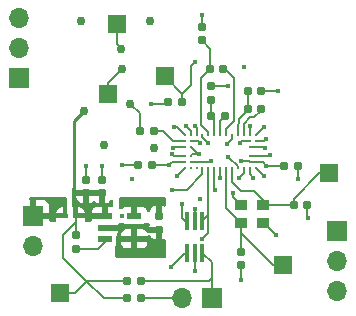
<source format=gbr>
%TF.GenerationSoftware,KiCad,Pcbnew,(6.0.8)*%
%TF.CreationDate,2023-01-31T16:58:12-08:00*%
%TF.ProjectId,Microwave Sensor v2,4d696372-6f77-4617-9665-2053656e736f,rev?*%
%TF.SameCoordinates,Original*%
%TF.FileFunction,Copper,L1,Top*%
%TF.FilePolarity,Positive*%
%FSLAX46Y46*%
G04 Gerber Fmt 4.6, Leading zero omitted, Abs format (unit mm)*
G04 Created by KiCad (PCBNEW (6.0.8)) date 2023-01-31 16:58:12*
%MOMM*%
%LPD*%
G01*
G04 APERTURE LIST*
G04 Aperture macros list*
%AMRoundRect*
0 Rectangle with rounded corners*
0 $1 Rounding radius*
0 $2 $3 $4 $5 $6 $7 $8 $9 X,Y pos of 4 corners*
0 Add a 4 corners polygon primitive as box body*
4,1,4,$2,$3,$4,$5,$6,$7,$8,$9,$2,$3,0*
0 Add four circle primitives for the rounded corners*
1,1,$1+$1,$2,$3*
1,1,$1+$1,$4,$5*
1,1,$1+$1,$6,$7*
1,1,$1+$1,$8,$9*
0 Add four rect primitives between the rounded corners*
20,1,$1+$1,$2,$3,$4,$5,0*
20,1,$1+$1,$4,$5,$6,$7,0*
20,1,$1+$1,$6,$7,$8,$9,0*
20,1,$1+$1,$8,$9,$2,$3,0*%
G04 Aperture macros list end*
%TA.AperFunction,SMDPad,CuDef*%
%ADD10RoundRect,0.155000X0.155000X-0.212500X0.155000X0.212500X-0.155000X0.212500X-0.155000X-0.212500X0*%
%TD*%
%TA.AperFunction,SMDPad,CuDef*%
%ADD11RoundRect,0.155000X-0.212500X-0.155000X0.212500X-0.155000X0.212500X0.155000X-0.212500X0.155000X0*%
%TD*%
%TA.AperFunction,ComponentPad*%
%ADD12R,1.700000X1.700000*%
%TD*%
%TA.AperFunction,ComponentPad*%
%ADD13O,1.700000X1.700000*%
%TD*%
%TA.AperFunction,SMDPad,CuDef*%
%ADD14R,1.500000X1.500000*%
%TD*%
%TA.AperFunction,SMDPad,CuDef*%
%ADD15R,1.000000X0.950000*%
%TD*%
%TA.AperFunction,SMDPad,CuDef*%
%ADD16RoundRect,0.155000X-0.155000X0.212500X-0.155000X-0.212500X0.155000X-0.212500X0.155000X0.212500X0*%
%TD*%
%TA.AperFunction,SMDPad,CuDef*%
%ADD17R,1.200000X0.600000*%
%TD*%
%TA.AperFunction,SMDPad,CuDef*%
%ADD18RoundRect,0.160000X-0.160000X0.197500X-0.160000X-0.197500X0.160000X-0.197500X0.160000X0.197500X0*%
%TD*%
%TA.AperFunction,SMDPad,CuDef*%
%ADD19RoundRect,0.160000X-0.197500X-0.160000X0.197500X-0.160000X0.197500X0.160000X-0.197500X0.160000X0*%
%TD*%
%TA.AperFunction,SMDPad,CuDef*%
%ADD20RoundRect,0.160000X0.197500X0.160000X-0.197500X0.160000X-0.197500X-0.160000X0.197500X-0.160000X0*%
%TD*%
%TA.AperFunction,SMDPad,CuDef*%
%ADD21C,0.250000*%
%TD*%
%TA.AperFunction,SMDPad,CuDef*%
%ADD22R,0.400000X1.500000*%
%TD*%
%TA.AperFunction,SMDPad,CuDef*%
%ADD23R,0.550000X0.400000*%
%TD*%
%TA.AperFunction,ViaPad*%
%ADD24C,0.381000*%
%TD*%
%TA.AperFunction,ViaPad*%
%ADD25C,0.762000*%
%TD*%
%TA.AperFunction,Conductor*%
%ADD26C,0.127000*%
%TD*%
%TA.AperFunction,Conductor*%
%ADD27C,0.254000*%
%TD*%
%TA.AperFunction,Conductor*%
%ADD28C,0.250000*%
%TD*%
G04 APERTURE END LIST*
D10*
%TO.P,C15,1*%
%TO.N,Net-(C11-Pad1)*%
X140400000Y-88867500D03*
%TO.P,C15,2*%
%TO.N,GND*%
X140400000Y-87732500D03*
%TD*%
D11*
%TO.P,C4,1*%
%TO.N,GND*%
X134241859Y-94375000D03*
%TO.P,C4,2*%
%TO.N,/Vdd*%
X135376859Y-94375000D03*
%TD*%
D12*
%TO.P,J4,1,Pin_1*%
%TO.N,Net-(J4-Pad1)*%
X140475000Y-105700000D03*
D13*
%TO.P,J4,2,Pin_2*%
%TO.N,Net-(J4-Pad2)*%
X137935000Y-105700000D03*
%TD*%
D14*
%TO.P,TP6,1,1*%
%TO.N,Net-(IC2-Pad11)*%
X136475000Y-86900000D03*
%TD*%
D15*
%TO.P,Y1,1,XTAL_1*%
%TO.N,Net-(C8-Pad1)*%
X144825000Y-97750000D03*
%TO.P,Y1,2,CASE_1*%
%TO.N,GND*%
X142975000Y-97750000D03*
%TO.P,Y1,3,XTAL_2*%
%TO.N,Net-(C9-Pad2)*%
X142975000Y-99300000D03*
%TO.P,Y1,4,CASE_2*%
%TO.N,GND*%
X144825000Y-99300000D03*
%TD*%
D16*
%TO.P,C1,1*%
%TO.N,GND*%
X131200000Y-95632500D03*
%TO.P,C1,2*%
%TO.N,/VinF*%
X131200000Y-96767500D03*
%TD*%
D12*
%TO.P,J2,1,Pin_1*%
%TO.N,Net-(IC2-Pad5)*%
X124100000Y-87000000D03*
D13*
%TO.P,J2,2,Pin_2*%
%TO.N,Net-(IC2-Pad6)*%
X124100000Y-84460000D03*
%TO.P,J2,3,Pin_3*%
%TO.N,Net-(IC2-Pad7)*%
X124100000Y-81920000D03*
%TD*%
D10*
%TO.P,C14,1*%
%TO.N,Net-(C10-Pad1)*%
X139600000Y-83851250D03*
%TO.P,C14,2*%
%TO.N,GND*%
X139600000Y-82716250D03*
%TD*%
D11*
%TO.P,C10,1*%
%TO.N,Net-(C10-Pad1)*%
X140309359Y-86275000D03*
%TO.P,C10,2*%
%TO.N,/IFIAI*%
X141444359Y-86275000D03*
%TD*%
D17*
%TO.P,IC1,1,IN*%
%TO.N,/VinF*%
X131400000Y-98750000D03*
%TO.P,IC1,2,GND*%
%TO.N,GND*%
X131400000Y-99700000D03*
%TO.P,IC1,3,EN*%
%TO.N,Net-(IC1-Pad3)*%
X131400000Y-100650000D03*
%TO.P,IC1,4,N/C*%
%TO.N,GND*%
X133900000Y-100650000D03*
%TO.P,IC1,5,OUT*%
%TO.N,/Vdd*%
X133900000Y-98750000D03*
%TD*%
D16*
%TO.P,C2,1*%
%TO.N,GND*%
X129800000Y-95632500D03*
%TO.P,C2,2*%
%TO.N,/VinF*%
X129800000Y-96767500D03*
%TD*%
D12*
%TO.P,J3,1,Pin_1*%
%TO.N,Net-(J3-Pad1)*%
X151100000Y-100000000D03*
D13*
%TO.P,J3,2,Pin_2*%
%TO.N,Net-(J3-Pad2)*%
X151100000Y-102540000D03*
%TO.P,J3,3,Pin_3*%
%TO.N,Net-(J3-Pad3)*%
X151100000Y-105080000D03*
%TD*%
D16*
%TO.P,C3,1*%
%TO.N,/Vdd*%
X136000000Y-98732500D03*
%TO.P,C3,2*%
%TO.N,GND*%
X136000000Y-99867500D03*
%TD*%
D11*
%TO.P,C13,1*%
%TO.N,Net-(C13-Pad1)*%
X143509359Y-89675000D03*
%TO.P,C13,2*%
%TO.N,/IFQAIX*%
X144644359Y-89675000D03*
%TD*%
D18*
%TO.P,R1,1*%
%TO.N,/VinF*%
X129000000Y-100302500D03*
%TO.P,R1,2*%
%TO.N,Net-(IC1-Pad3)*%
X129000000Y-101497500D03*
%TD*%
D14*
%TO.P,TP4,1,1*%
%TO.N,Net-(TP4-Pad1)*%
X131700000Y-88400000D03*
%TD*%
%TO.P,TP2,1,1*%
%TO.N,/VinF*%
X127600000Y-105200000D03*
%TD*%
D19*
%TO.P,R4,1*%
%TO.N,/Vdd*%
X134402500Y-91500000D03*
%TO.P,R4,2*%
%TO.N,Net-(R4-Pad2)*%
X135597500Y-91500000D03*
%TD*%
D20*
%TO.P,R8,1*%
%TO.N,Net-(IC2-Pad11)*%
X137972500Y-89100000D03*
%TO.P,R8,2*%
%TO.N,GND*%
X136777500Y-89100000D03*
%TD*%
D14*
%TO.P,TP5,1,1*%
%TO.N,Net-(IC2-Pad12)*%
X132400000Y-82500000D03*
%TD*%
D20*
%TO.P,R5,1*%
%TO.N,Net-(J4-Pad2)*%
X134495000Y-105700000D03*
%TO.P,R5,2*%
%TO.N,/VinF*%
X133300000Y-105700000D03*
%TD*%
D12*
%TO.P,J1,1,Pin_1*%
%TO.N,Net-(FB1-Pad1)*%
X125325000Y-98750000D03*
D13*
%TO.P,J1,2,Pin_2*%
%TO.N,GND*%
X125325000Y-101290000D03*
%TD*%
D14*
%TO.P,TP8,1,1*%
%TO.N,Net-(C9-Pad2)*%
X146475000Y-102900000D03*
%TD*%
D11*
%TO.P,C11,1*%
%TO.N,Net-(C11-Pad1)*%
X140409359Y-90275000D03*
%TO.P,C11,2*%
%TO.N,/IFIAIX*%
X141544359Y-90275000D03*
%TD*%
D21*
%TO.P,U1,A1,GND*%
%TO.N,GND*%
X138176859Y-94650000D03*
%TO.P,U1,A2,VDD_RF*%
%TO.N,/Vdd*%
X138176859Y-94150000D03*
%TO.P,U1,A3,GND*%
%TO.N,GND*%
X138176859Y-93650000D03*
%TO.P,U1,A4,GND*%
X138176859Y-92900000D03*
%TO.P,U1,A5,SPIRST_N*%
%TO.N,Net-(R4-Pad2)*%
X138176859Y-92400000D03*
%TO.P,U1,A6,GND*%
%TO.N,GND*%
X138176859Y-91900000D03*
%TO.P,U1,B1,QS3*%
%TO.N,unconnected-(U1-PadB1)*%
X138676859Y-94650000D03*
%TO.P,U1,B2,VDD_RF*%
%TO.N,/Vdd*%
X138676859Y-94150000D03*
%TO.P,U1,B3,GND*%
%TO.N,GND*%
X138676859Y-93650000D03*
%TO.P,U1,B4,GND*%
X138676859Y-92900000D03*
%TO.P,U1,B5,SPIDI*%
%TO.N,Net-(IC2-Pad11)*%
X138676859Y-92400000D03*
%TO.P,U1,B6,SPIDO*%
%TO.N,Net-(TP4-Pad1)*%
X138676859Y-91900000D03*
%TO.P,U1,C1,VTUNE*%
%TO.N,unconnected-(U1-PadC1)*%
X139176859Y-94650000D03*
%TO.P,U1,C6,SPICLK*%
%TO.N,Net-(IC2-Pad12)*%
X139176859Y-91900000D03*
%TO.P,U1,D1,PDET*%
%TO.N,Net-(R9-Pad2)*%
X139676859Y-94650000D03*
%TO.P,U1,D6,SPICS*%
%TO.N,Net-(IC2-Pad10)*%
X139676859Y-91900000D03*
%TO.P,U1,E1,TDET*%
%TO.N,Net-(R10-Pad1)*%
X140176859Y-94650000D03*
%TO.P,U1,E6,IFIAO*%
%TO.N,Net-(C10-Pad1)*%
X140176859Y-91900000D03*
%TO.P,U1,F1,DIV_O*%
%TO.N,Net-(J3-Pad3)*%
X140676859Y-94650000D03*
%TO.P,U1,F6,IFIAOX*%
%TO.N,Net-(C11-Pad1)*%
X140676859Y-91900000D03*
%TO.P,U1,G1,PLL_TRIG*%
%TO.N,GND*%
X141176859Y-94650000D03*
%TO.P,U1,G6,IFIAIX*%
%TO.N,/IFIAIX*%
X141176859Y-91900000D03*
%TO.P,U1,H1,XOSC_AO*%
%TO.N,Net-(C9-Pad2)*%
X141676859Y-94650000D03*
%TO.P,U1,H6,IFIAI*%
%TO.N,/IFIAI*%
X141676239Y-91900000D03*
%TO.P,U1,J1,XOSC_AI*%
%TO.N,Net-(C8-Pad1)*%
X142176859Y-94650000D03*
%TO.P,U1,J6,IFQAO*%
%TO.N,Net-(C12-Pad1)*%
X142176859Y-91900000D03*
%TO.P,U1,K1,IFQ*%
%TO.N,Net-(J3-Pad2)*%
X142676859Y-94650000D03*
%TO.P,U1,K6,IFQAOX*%
%TO.N,Net-(C13-Pad1)*%
X142675000Y-91900000D03*
%TO.P,U1,L1,IFI*%
%TO.N,Net-(J3-Pad1)*%
X143176859Y-94650000D03*
%TO.P,U1,L6,IFQAIX*%
%TO.N,/IFQAIX*%
X143174381Y-91900000D03*
%TO.P,U1,M1,QS4*%
%TO.N,GND*%
X143676859Y-94650000D03*
%TO.P,U1,M2,VDD_PLL*%
%TO.N,/Vdd*%
X143676859Y-94150000D03*
%TO.P,U1,M3,GND*%
%TO.N,GND*%
X143676859Y-93650000D03*
%TO.P,U1,M4,GND*%
X143676859Y-92900000D03*
%TO.P,U1,M5,IFQAI*%
%TO.N,/IFQAI*%
X143676859Y-92400000D03*
%TO.P,U1,M6,QS1*%
%TO.N,/Vdd*%
X143676859Y-91900000D03*
%TO.P,U1,N1,GND*%
%TO.N,GND*%
X144176859Y-94650000D03*
%TO.P,U1,N2,VDD_PLL*%
%TO.N,/Vdd*%
X144176859Y-94150000D03*
%TO.P,U1,N3,GND*%
%TO.N,GND*%
X144176859Y-93650000D03*
%TO.P,U1,N4,GND*%
X144176859Y-92900000D03*
%TO.P,U1,N5,QS2*%
X144176859Y-92400000D03*
%TO.P,U1,N6,GND*%
X144173142Y-91900000D03*
%TD*%
D11*
%TO.P,C8,1*%
%TO.N,Net-(C8-Pad1)*%
X147407500Y-97800000D03*
%TO.P,C8,2*%
%TO.N,GND*%
X148542500Y-97800000D03*
%TD*%
%TO.P,C5,1*%
%TO.N,/Vdd*%
X146609359Y-94475000D03*
%TO.P,C5,2*%
%TO.N,GND*%
X147744359Y-94475000D03*
%TD*%
D20*
%TO.P,R6,1*%
%TO.N,Net-(J4-Pad1)*%
X134497500Y-104200000D03*
%TO.P,R6,2*%
%TO.N,/VinF*%
X133302500Y-104200000D03*
%TD*%
D11*
%TO.P,C17,1*%
%TO.N,Net-(C13-Pad1)*%
X143532500Y-88100000D03*
%TO.P,C17,2*%
%TO.N,GND*%
X144667500Y-88100000D03*
%TD*%
D22*
%TO.P,U2,1,In1*%
%TO.N,Net-(R9-Pad2)*%
X138350000Y-101830000D03*
%TO.P,U2,2,Ref1*%
%TO.N,/Vdd*%
X139000000Y-101830000D03*
%TO.P,U2,3,Out2*%
%TO.N,Net-(J4-Pad1)*%
X139650000Y-101830000D03*
%TO.P,U2,4,In2*%
%TO.N,Net-(R10-Pad1)*%
X139650000Y-99170000D03*
%TO.P,U2,5,Ref2*%
%TO.N,/Vdd*%
X139000000Y-99170000D03*
%TO.P,U2,6,Out1*%
%TO.N,Net-(J4-Pad2)*%
X138350000Y-99170000D03*
%TD*%
D23*
%TO.P,FB1,1,1*%
%TO.N,Net-(FB1-Pad1)*%
X128050000Y-98700000D03*
%TO.P,FB1,2,2*%
%TO.N,/VinF*%
X128950000Y-98700000D03*
%TD*%
D10*
%TO.P,C9,1*%
%TO.N,GND*%
X142975000Y-102867500D03*
%TO.P,C9,2*%
%TO.N,Net-(C9-Pad2)*%
X142975000Y-101732500D03*
%TD*%
D14*
%TO.P,TP3,1,1*%
%TO.N,Net-(C8-Pad1)*%
X150375000Y-95100000D03*
%TD*%
D24*
%TO.N,*%
X132900000Y-98700000D03*
%TO.N,GND*%
X137200000Y-93000000D03*
X139600000Y-81683750D03*
X144976859Y-92975000D03*
X137300000Y-91200000D03*
X143975000Y-95500000D03*
X135300000Y-89200000D03*
X145376859Y-93575000D03*
X142975000Y-104100000D03*
X142300000Y-96800000D03*
X133900000Y-99900000D03*
X148575000Y-98900000D03*
X132600000Y-101300000D03*
D25*
X135262000Y-82200000D03*
D24*
X139500000Y-97300000D03*
X137476859Y-95375000D03*
X129800000Y-94500000D03*
X132800000Y-99700000D03*
D25*
X129362000Y-82200000D03*
D24*
X145875000Y-100300000D03*
X147776859Y-95575000D03*
X141200000Y-95500000D03*
X141800000Y-87700000D03*
D25*
X135600000Y-93000000D03*
D24*
X137100000Y-93500000D03*
X144876859Y-91175000D03*
X144876859Y-95375000D03*
X146100000Y-88100000D03*
D25*
X131300000Y-92700000D03*
X135500000Y-101600000D03*
D24*
X132876859Y-94375000D03*
X143200000Y-86100000D03*
X139375000Y-93500000D03*
X145076859Y-92175000D03*
X131200000Y-94500000D03*
D25*
%TO.N,/VinF*%
X129662000Y-89800000D03*
D24*
%TO.N,/Vdd*%
X133700000Y-95600000D03*
X143676859Y-91075000D03*
X142975000Y-94100000D03*
X136876859Y-94375000D03*
X139000000Y-98100000D03*
X139000000Y-103400000D03*
X145076859Y-94475000D03*
D25*
X133562000Y-89200000D03*
D24*
X140375000Y-94100000D03*
D25*
X135000000Y-97600000D03*
D24*
%TO.N,Net-(C12-Pad1)*%
X141775000Y-92600000D03*
%TO.N,/IFQAI*%
X142875000Y-92500000D03*
D25*
%TO.N,Net-(IC2-Pad12)*%
X132800000Y-84600000D03*
D24*
X139075000Y-91100000D03*
%TO.N,Net-(J3-Pad1)*%
X142775000Y-95500000D03*
%TO.N,Net-(IC2-Pad11)*%
X139475000Y-92500000D03*
X139000000Y-85700000D03*
%TO.N,Net-(IC2-Pad10)*%
X140175000Y-92500000D03*
%TO.N,Net-(J3-Pad2)*%
X141875000Y-93700000D03*
%TO.N,Net-(J3-Pad3)*%
X140700000Y-96500000D03*
%TO.N,Net-(J4-Pad2)*%
X137900000Y-97700000D03*
%TO.N,Net-(R9-Pad2)*%
X137100000Y-96500000D03*
X137000000Y-103000000D03*
%TO.N,Net-(R10-Pad1)*%
X139600000Y-100700000D03*
%TO.N,Net-(TP4-Pad1)*%
X138275000Y-91100000D03*
D25*
X132900000Y-86300000D03*
%TD*%
D26*
%TO.N,GND*%
X141767500Y-87732500D02*
X141800000Y-87700000D01*
X142975000Y-102867500D02*
X142975000Y-104100000D01*
X142300000Y-97075000D02*
X142975000Y-97750000D01*
X144176859Y-92400000D02*
X144851859Y-92400000D01*
X139600000Y-82716250D02*
X139600000Y-81683750D01*
X142300000Y-96800000D02*
X142300000Y-97075000D01*
X144176859Y-92900000D02*
X143676859Y-92900000D01*
X144876859Y-95375000D02*
X144876859Y-95350000D01*
X144851859Y-92400000D02*
X145076859Y-92175000D01*
X139375000Y-93500000D02*
X139276859Y-93500000D01*
X136677500Y-89200000D02*
X136777500Y-89100000D01*
X129800000Y-95632500D02*
X129800000Y-94500000D01*
X144976859Y-92975000D02*
X144901859Y-92900000D01*
X132876859Y-94375000D02*
X134241859Y-94375000D01*
X143676859Y-93650000D02*
X144176859Y-93650000D01*
X148542500Y-98867500D02*
X148575000Y-98900000D01*
X137476859Y-95375000D02*
X137476859Y-95350000D01*
X148542500Y-97800000D02*
X148542500Y-98867500D01*
X139276859Y-93500000D02*
X138676859Y-92900000D01*
X137250000Y-93650000D02*
X138176859Y-93650000D01*
X143676859Y-94650000D02*
X143676859Y-95201859D01*
X141200000Y-94673141D02*
X141176859Y-94650000D01*
X131200000Y-95632500D02*
X131200000Y-94500000D01*
X144173142Y-91878717D02*
X144876859Y-91175000D01*
X135300000Y-89200000D02*
X136677500Y-89200000D01*
X137200000Y-93000000D02*
X137300000Y-92900000D01*
X144901859Y-92900000D02*
X144176859Y-92900000D01*
X137300000Y-91200000D02*
X137476859Y-91200000D01*
X144176859Y-93650000D02*
X145301859Y-93650000D01*
X137100000Y-93500000D02*
X137250000Y-93650000D01*
X137300000Y-92900000D02*
X138176859Y-92900000D01*
X137476859Y-91200000D02*
X138176859Y-91900000D01*
X137476859Y-95350000D02*
X138176859Y-94650000D01*
X138826859Y-93500000D02*
X138676859Y-93650000D01*
X147744359Y-94475000D02*
X147744359Y-95542500D01*
X144876859Y-95350000D02*
X144176859Y-94650000D01*
X147744359Y-95542500D02*
X147776859Y-95575000D01*
X140400000Y-87732500D02*
X141767500Y-87732500D01*
X144173142Y-91900000D02*
X144173142Y-91878717D01*
X144667500Y-88100000D02*
X146100000Y-88100000D01*
X145301859Y-93650000D02*
X145376859Y-93575000D01*
X144875000Y-99300000D02*
X145875000Y-100300000D01*
X139375000Y-93500000D02*
X138826859Y-93500000D01*
X143676859Y-95201859D02*
X143975000Y-95500000D01*
X141200000Y-95500000D02*
X141200000Y-94673141D01*
X144825000Y-99300000D02*
X144875000Y-99300000D01*
%TO.N,/VinF*%
X128950000Y-100252500D02*
X128950000Y-99250000D01*
X133302500Y-104200000D02*
X129800000Y-104200000D01*
D27*
X129662000Y-89800000D02*
X128800000Y-90662000D01*
X128800000Y-90662000D02*
X128800000Y-98550000D01*
D26*
X127850000Y-100350000D02*
X127850000Y-102250000D01*
X131300000Y-105700000D02*
X129800000Y-104200000D01*
X129900000Y-104200000D02*
X128900000Y-105200000D01*
X133300000Y-105700000D02*
X131300000Y-105700000D01*
X129800000Y-104200000D02*
X127850000Y-102250000D01*
X129000000Y-100302500D02*
X128950000Y-100252500D01*
X128950000Y-99150000D02*
X128950000Y-98700000D01*
X128950000Y-99250000D02*
X128950000Y-99150000D01*
X128950000Y-99250000D02*
X127850000Y-100350000D01*
X128900000Y-105200000D02*
X127600000Y-105200000D01*
X128950000Y-98700000D02*
X128800000Y-98550000D01*
X129900000Y-104200000D02*
X129800000Y-104200000D01*
%TO.N,/Vdd*%
X143676859Y-94150000D02*
X144176859Y-94150000D01*
X145076859Y-94475000D02*
X146609359Y-94475000D01*
X136876859Y-94375000D02*
X137101859Y-94150000D01*
X142975000Y-94100000D02*
X143626859Y-94100000D01*
X134402500Y-91500000D02*
X134402500Y-90040500D01*
X136876859Y-94375000D02*
X135376859Y-94375000D01*
X134402500Y-90040500D02*
X133562000Y-89200000D01*
X138676859Y-94150000D02*
X140325000Y-94150000D01*
X143676859Y-91900000D02*
X143676859Y-91075000D01*
X140325000Y-94150000D02*
X140375000Y-94100000D01*
X139000000Y-99170000D02*
X139000000Y-98100000D01*
X145076859Y-94475000D02*
X144776859Y-94175000D01*
X144201859Y-94175000D02*
X144176859Y-94150000D01*
X143626859Y-94100000D02*
X143676859Y-94150000D01*
X137101859Y-94150000D02*
X138176859Y-94150000D01*
X139000000Y-101830000D02*
X139000000Y-103400000D01*
X144776859Y-94175000D02*
X144201859Y-94175000D01*
%TO.N,Net-(C8-Pad1)*%
X147407500Y-97267500D02*
X149575000Y-95100000D01*
X142176859Y-94650000D02*
X142176859Y-95801859D01*
X142975000Y-96600000D02*
X144075000Y-96600000D01*
X144075000Y-96600000D02*
X144825000Y-97350000D01*
X149575000Y-95100000D02*
X150375000Y-95100000D01*
X144825000Y-97750000D02*
X147357500Y-97750000D01*
X144825000Y-97350000D02*
X144825000Y-97750000D01*
X142176859Y-95801859D02*
X142975000Y-96600000D01*
X147407500Y-97800000D02*
X147407500Y-97267500D01*
X147357500Y-97750000D02*
X147407500Y-97800000D01*
%TO.N,Net-(C9-Pad2)*%
X145675000Y-102900000D02*
X146475000Y-102900000D01*
X142975000Y-100200000D02*
X142975000Y-101732500D01*
X141676859Y-94650000D02*
X141676859Y-98001859D01*
X141676859Y-98001859D02*
X142975000Y-99300000D01*
X142975000Y-100200000D02*
X145675000Y-102900000D01*
X142975000Y-99300000D02*
X142975000Y-100200000D01*
%TO.N,Net-(C10-Pad1)*%
X140309359Y-86275000D02*
X140309359Y-84560609D01*
X139576859Y-90975000D02*
X139576859Y-87007500D01*
X140176859Y-91900000D02*
X140176859Y-91575000D01*
X140176859Y-91575000D02*
X139576859Y-90975000D01*
X140309359Y-84560609D02*
X139600000Y-83851250D01*
X139576859Y-87007500D02*
X140309359Y-86275000D01*
%TO.N,/IFIAI*%
X142376859Y-90675000D02*
X141676239Y-91375620D01*
X141444359Y-86275000D02*
X141576859Y-86275000D01*
X141576859Y-86275000D02*
X142376859Y-87075000D01*
X142376859Y-88175000D02*
X142376859Y-90675000D01*
X141676239Y-91375620D02*
X141676239Y-91900000D01*
X142376859Y-87075000D02*
X142376859Y-88175000D01*
%TO.N,/IFIAIX*%
X141176859Y-91900000D02*
X141176859Y-90642500D01*
X141176859Y-90642500D02*
X141544359Y-90275000D01*
%TO.N,Net-(C12-Pad1)*%
X142175000Y-92200000D02*
X142175000Y-92100000D01*
X141775000Y-92600000D02*
X142175000Y-92200000D01*
X142176859Y-92098141D02*
X142176859Y-91900000D01*
X142175000Y-92100000D02*
X142176859Y-92098141D01*
%TO.N,/IFQAI*%
X142975000Y-92400000D02*
X142875000Y-92500000D01*
X143676859Y-92400000D02*
X142975000Y-92400000D01*
%TO.N,/IFQAIX*%
X144076859Y-90375000D02*
X144644359Y-89807500D01*
X143725613Y-90375000D02*
X144076859Y-90375000D01*
X143176859Y-91075000D02*
X143176859Y-90923754D01*
X143176859Y-90923754D02*
X143725613Y-90375000D01*
X144644359Y-89807500D02*
X144644359Y-89675000D01*
X143174381Y-91900000D02*
X143174381Y-91077478D01*
X143174381Y-91077478D02*
X143176859Y-91075000D01*
%TO.N,Net-(IC1-Pad3)*%
X129000000Y-101497500D02*
X130802500Y-101497500D01*
X131400000Y-100900000D02*
X131400000Y-100650000D01*
X130802500Y-101497500D02*
X131400000Y-100900000D01*
%TO.N,Net-(IC2-Pad12)*%
X139176859Y-91201859D02*
X139075000Y-91100000D01*
X139176859Y-91900000D02*
X139176859Y-91201859D01*
X132800000Y-84600000D02*
X132400000Y-84200000D01*
X132400000Y-84200000D02*
X132400000Y-82500000D01*
%TO.N,Net-(J3-Pad1)*%
X143176859Y-95098141D02*
X143176859Y-94650000D01*
X142775000Y-95500000D02*
X143176859Y-95098141D01*
%TO.N,Net-(IC2-Pad11)*%
X138700000Y-87670000D02*
X137972500Y-88397500D01*
X137972500Y-88397500D02*
X136475000Y-86900000D01*
X139375000Y-92400000D02*
X139475000Y-92500000D01*
X137972500Y-89100000D02*
X137972500Y-88397500D01*
X138676859Y-92400000D02*
X139375000Y-92400000D01*
X138700000Y-86000000D02*
X138700000Y-87670000D01*
X139000000Y-85700000D02*
X138700000Y-86000000D01*
%TO.N,Net-(IC2-Pad10)*%
X139676859Y-91900000D02*
X139676859Y-92050613D01*
X139676859Y-92050613D02*
X140126246Y-92500000D01*
X140126246Y-92500000D02*
X140175000Y-92500000D01*
%TO.N,Net-(J3-Pad2)*%
X142676859Y-94501859D02*
X141875000Y-93700000D01*
X142676859Y-94650000D02*
X142676859Y-94501859D01*
%TO.N,Net-(J3-Pad3)*%
X140676859Y-94650000D02*
X140676859Y-96476859D01*
X140676859Y-96476859D02*
X140700000Y-96500000D01*
D28*
%TO.N,Net-(C11-Pad1)*%
X140409359Y-88876859D02*
X140400000Y-88867500D01*
D26*
X140676859Y-91900000D02*
X140676859Y-90442500D01*
X140676859Y-90442500D02*
X140509359Y-90275000D01*
X140409359Y-90275000D02*
X140409359Y-88876859D01*
%TO.N,Net-(C13-Pad1)*%
X143509359Y-89742500D02*
X142776859Y-90475000D01*
X142776859Y-90475000D02*
X142776859Y-90875000D01*
X142776859Y-90875000D02*
X142675000Y-90976859D01*
X143509359Y-89675000D02*
X143509359Y-89742500D01*
X142675000Y-90976859D02*
X142675000Y-91900000D01*
X143509359Y-89675000D02*
X143509359Y-88123141D01*
X143509359Y-88123141D02*
X143532500Y-88100000D01*
%TO.N,Net-(J4-Pad1)*%
X140475000Y-103975000D02*
X140475000Y-105700000D01*
X140475000Y-102655000D02*
X139650000Y-101830000D01*
X134497500Y-104200000D02*
X140250000Y-104200000D01*
X140475000Y-102655000D02*
X140475000Y-103975000D01*
X140250000Y-104200000D02*
X140475000Y-103975000D01*
%TO.N,Net-(J4-Pad2)*%
X138350000Y-99170000D02*
X138170000Y-99170000D01*
X134495000Y-105700000D02*
X137935000Y-105700000D01*
X138170000Y-99170000D02*
X137900000Y-98900000D01*
X137900000Y-98900000D02*
X137900000Y-97700000D01*
%TO.N,Net-(R4-Pad2)*%
X138176859Y-92400000D02*
X137201859Y-92400000D01*
X135597500Y-91500000D02*
X136301860Y-91500000D01*
X136301860Y-91500000D02*
X136950930Y-92149070D01*
X137201859Y-92400000D02*
X136950930Y-92149070D01*
%TO.N,Net-(R9-Pad2)*%
X137000000Y-103000000D02*
X138170000Y-101830000D01*
X139676859Y-95176859D02*
X139676859Y-94650000D01*
X138353718Y-96500000D02*
X139676859Y-95176859D01*
X138170000Y-101830000D02*
X138350000Y-101830000D01*
X137100000Y-96500000D02*
X138353718Y-96500000D01*
%TO.N,Net-(R10-Pad1)*%
X140176859Y-98643141D02*
X140176859Y-97123141D01*
X140176859Y-94650000D02*
X140176859Y-97123141D01*
X140176859Y-100123141D02*
X140176859Y-97123141D01*
X139650000Y-99170000D02*
X140176859Y-98643141D01*
X139600000Y-100700000D02*
X140176859Y-100123141D01*
%TO.N,Net-(TP4-Pad1)*%
X132900000Y-86300000D02*
X131700000Y-87500000D01*
X131700000Y-87500000D02*
X131700000Y-88400000D01*
X138676859Y-91501859D02*
X138275000Y-91100000D01*
X138676859Y-91900000D02*
X138676859Y-91501859D01*
%TD*%
%TA.AperFunction,Conductor*%
%TO.N,Net-(FB1-Pad1)*%
G36*
X128106621Y-97120002D02*
G01*
X128153114Y-97173658D01*
X128164500Y-97226000D01*
X128164500Y-98589983D01*
X128165506Y-98597945D01*
X128166500Y-98613738D01*
X128166500Y-98774000D01*
X128146498Y-98842121D01*
X128092842Y-98888614D01*
X128040500Y-98900000D01*
X127285116Y-98900000D01*
X127269877Y-98904475D01*
X127268672Y-98905865D01*
X127267001Y-98913548D01*
X127267001Y-98944669D01*
X127267371Y-98951490D01*
X127272895Y-99002352D01*
X127276521Y-99017603D01*
X127281082Y-99029770D01*
X127286265Y-99100577D01*
X127252345Y-99162946D01*
X127190090Y-99197075D01*
X127163100Y-99200000D01*
X126809000Y-99200000D01*
X126740879Y-99179998D01*
X126694386Y-99126342D01*
X126683000Y-99074000D01*
X126683000Y-99022115D01*
X126678525Y-99006876D01*
X126677135Y-99005671D01*
X126669452Y-99004000D01*
X125197000Y-99004000D01*
X125128879Y-98983998D01*
X125082386Y-98930342D01*
X125071000Y-98878000D01*
X125071000Y-98477885D01*
X125579000Y-98477885D01*
X125583475Y-98493124D01*
X125584865Y-98494329D01*
X125592548Y-98496000D01*
X126664884Y-98496000D01*
X126680123Y-98491525D01*
X126681328Y-98490135D01*
X126682999Y-98482452D01*
X126682999Y-98481885D01*
X127267000Y-98481885D01*
X127271475Y-98497124D01*
X127272865Y-98498329D01*
X127280548Y-98500000D01*
X127831885Y-98500000D01*
X127847124Y-98495525D01*
X127848329Y-98494135D01*
X127850000Y-98486452D01*
X127850000Y-98010116D01*
X127845525Y-97994877D01*
X127844135Y-97993672D01*
X127836452Y-97992001D01*
X127730331Y-97992001D01*
X127723510Y-97992371D01*
X127672648Y-97997895D01*
X127657396Y-98001521D01*
X127536946Y-98046676D01*
X127521351Y-98055214D01*
X127419276Y-98131715D01*
X127406715Y-98144276D01*
X127330214Y-98246351D01*
X127321676Y-98261946D01*
X127276522Y-98382394D01*
X127272895Y-98397649D01*
X127267369Y-98448514D01*
X127267000Y-98455328D01*
X127267000Y-98481885D01*
X126682999Y-98481885D01*
X126682999Y-97855331D01*
X126682629Y-97848510D01*
X126677105Y-97797648D01*
X126673479Y-97782396D01*
X126628324Y-97661946D01*
X126619786Y-97646351D01*
X126543285Y-97544276D01*
X126530724Y-97531715D01*
X126428649Y-97455214D01*
X126413054Y-97446676D01*
X126292606Y-97401522D01*
X126277351Y-97397895D01*
X126226486Y-97392369D01*
X126219672Y-97392000D01*
X125597115Y-97392001D01*
X125581876Y-97396476D01*
X125580671Y-97397866D01*
X125579000Y-97405549D01*
X125579000Y-98477885D01*
X125071000Y-98477885D01*
X125071000Y-97410116D01*
X125066525Y-97394876D01*
X125043488Y-97374914D01*
X125005104Y-97315188D01*
X125000000Y-97279690D01*
X125000000Y-97226000D01*
X125020002Y-97157879D01*
X125073658Y-97111386D01*
X125126000Y-97100000D01*
X128038500Y-97100000D01*
X128106621Y-97120002D01*
G37*
%TD.AperFunction*%
%TD*%
%TA.AperFunction,Conductor*%
%TO.N,/VinF*%
G36*
X128930574Y-96320002D02*
G01*
X128977067Y-96373658D01*
X128987924Y-96437529D01*
X128982463Y-96496962D01*
X128986475Y-96510624D01*
X128987865Y-96511829D01*
X128995548Y-96513500D01*
X131328000Y-96513500D01*
X131396121Y-96533502D01*
X131442614Y-96587158D01*
X131454000Y-96639500D01*
X131454000Y-97620658D01*
X131458271Y-97635203D01*
X131470302Y-97637248D01*
X131483088Y-97634687D01*
X131622589Y-97590971D01*
X131636334Y-97584765D01*
X131760604Y-97509504D01*
X131772473Y-97500197D01*
X131880570Y-97392100D01*
X131881579Y-97393109D01*
X131932626Y-97356654D01*
X132003538Y-97353178D01*
X132065071Y-97388592D01*
X132097690Y-97451652D01*
X132100000Y-97475667D01*
X132100000Y-97816000D01*
X132079998Y-97884121D01*
X132026342Y-97930614D01*
X131974000Y-97942000D01*
X131672115Y-97942000D01*
X131656876Y-97946475D01*
X131655671Y-97947865D01*
X131654000Y-97955548D01*
X131654000Y-98878000D01*
X131633998Y-98946121D01*
X131580342Y-98992614D01*
X131528000Y-99004000D01*
X130310116Y-99004000D01*
X130294877Y-99008475D01*
X130293672Y-99009865D01*
X130292001Y-99017548D01*
X130292001Y-99074000D01*
X130271999Y-99142121D01*
X130218343Y-99188614D01*
X130166001Y-99200000D01*
X129836900Y-99200000D01*
X129768779Y-99179998D01*
X129722286Y-99126342D01*
X129712182Y-99056068D01*
X129718918Y-99029770D01*
X129723478Y-99017605D01*
X129727105Y-99002351D01*
X129732631Y-98951486D01*
X129733000Y-98944672D01*
X129733000Y-98918115D01*
X129728525Y-98902876D01*
X129727135Y-98901671D01*
X129719452Y-98900000D01*
X128876000Y-98900000D01*
X128807879Y-98879998D01*
X128761386Y-98826342D01*
X128750000Y-98774000D01*
X128750000Y-98481885D01*
X129150000Y-98481885D01*
X129154475Y-98497124D01*
X129155865Y-98498329D01*
X129163548Y-98500000D01*
X129714884Y-98500000D01*
X129730123Y-98495525D01*
X129731328Y-98494135D01*
X129732999Y-98486452D01*
X129732999Y-98477885D01*
X130292000Y-98477885D01*
X130296475Y-98493124D01*
X130297865Y-98494329D01*
X130305548Y-98496000D01*
X131127885Y-98496000D01*
X131143124Y-98491525D01*
X131144329Y-98490135D01*
X131146000Y-98482452D01*
X131146000Y-97960116D01*
X131141525Y-97944877D01*
X131140135Y-97943672D01*
X131132452Y-97942001D01*
X130755331Y-97942001D01*
X130748510Y-97942371D01*
X130697648Y-97947895D01*
X130682396Y-97951521D01*
X130561946Y-97996676D01*
X130546351Y-98005214D01*
X130444276Y-98081715D01*
X130431715Y-98094276D01*
X130355214Y-98196351D01*
X130346676Y-98211946D01*
X130301522Y-98332394D01*
X130297895Y-98347649D01*
X130292369Y-98398514D01*
X130292000Y-98405328D01*
X130292000Y-98477885D01*
X129732999Y-98477885D01*
X129732999Y-98455331D01*
X129732629Y-98448510D01*
X129727105Y-98397648D01*
X129723479Y-98382396D01*
X129678324Y-98261946D01*
X129669786Y-98246351D01*
X129593285Y-98144276D01*
X129580724Y-98131715D01*
X129478649Y-98055214D01*
X129463054Y-98046676D01*
X129342606Y-98001522D01*
X129327351Y-97997895D01*
X129276486Y-97992369D01*
X129269672Y-97992000D01*
X129168115Y-97992000D01*
X129152876Y-97996475D01*
X129151671Y-97997865D01*
X129150000Y-98005548D01*
X129150000Y-98481885D01*
X128750000Y-98481885D01*
X128750000Y-98010116D01*
X128745525Y-97994877D01*
X128744135Y-97993672D01*
X128736452Y-97992001D01*
X128726000Y-97992001D01*
X128657879Y-97971999D01*
X128611386Y-97918343D01*
X128600000Y-97866001D01*
X128600000Y-97034186D01*
X128982187Y-97034186D01*
X128982266Y-97035888D01*
X128987702Y-97095046D01*
X128990315Y-97108096D01*
X129034029Y-97247589D01*
X129040235Y-97261334D01*
X129115496Y-97385604D01*
X129124803Y-97397473D01*
X129227527Y-97500197D01*
X129239396Y-97509504D01*
X129363666Y-97584765D01*
X129377411Y-97590971D01*
X129516912Y-97634687D01*
X129528503Y-97637009D01*
X129542835Y-97634194D01*
X129546000Y-97622298D01*
X129546000Y-97620658D01*
X130054000Y-97620658D01*
X130058271Y-97635203D01*
X130070302Y-97637248D01*
X130083088Y-97634687D01*
X130222589Y-97590971D01*
X130236334Y-97584765D01*
X130360604Y-97509504D01*
X130372473Y-97500197D01*
X130410905Y-97461765D01*
X130473217Y-97427739D01*
X130544032Y-97432804D01*
X130589095Y-97461765D01*
X130627527Y-97500197D01*
X130639396Y-97509504D01*
X130763666Y-97584765D01*
X130777411Y-97590971D01*
X130916912Y-97634687D01*
X130928503Y-97637009D01*
X130942835Y-97634194D01*
X130946000Y-97622298D01*
X130946000Y-97039615D01*
X130941525Y-97024376D01*
X130940135Y-97023171D01*
X130932452Y-97021500D01*
X130072115Y-97021500D01*
X130056876Y-97025975D01*
X130055671Y-97027365D01*
X130054000Y-97035048D01*
X130054000Y-97620658D01*
X129546000Y-97620658D01*
X129546000Y-97039615D01*
X129541525Y-97024376D01*
X129540135Y-97023171D01*
X129532452Y-97021500D01*
X129000115Y-97021500D01*
X128984876Y-97025975D01*
X128983671Y-97027365D01*
X128982187Y-97034186D01*
X128600000Y-97034186D01*
X128600000Y-96426000D01*
X128620002Y-96357879D01*
X128673658Y-96311386D01*
X128726000Y-96300000D01*
X128862453Y-96300000D01*
X128930574Y-96320002D01*
G37*
%TD.AperFunction*%
%TD*%
%TA.AperFunction,Conductor*%
%TO.N,GND*%
G36*
X133026400Y-99320002D02*
G01*
X133047297Y-99336827D01*
X133075399Y-99364880D01*
X133189503Y-99420655D01*
X133222284Y-99425437D01*
X133259316Y-99430840D01*
X133259320Y-99430840D01*
X133263842Y-99431500D01*
X134536158Y-99431500D01*
X134540706Y-99430830D01*
X134540713Y-99430830D01*
X134601459Y-99421888D01*
X134601461Y-99421887D01*
X134611144Y-99420462D01*
X134725151Y-99364487D01*
X134752608Y-99336982D01*
X134814890Y-99302903D01*
X134841781Y-99300000D01*
X135089895Y-99300000D01*
X135158016Y-99320002D01*
X135204509Y-99373658D01*
X135214613Y-99443932D01*
X135210129Y-99463680D01*
X135190315Y-99526907D01*
X135187702Y-99539954D01*
X135182463Y-99596962D01*
X135186475Y-99610624D01*
X135187865Y-99611829D01*
X135195548Y-99613500D01*
X136128000Y-99613500D01*
X136196121Y-99633502D01*
X136242614Y-99687158D01*
X136254000Y-99739500D01*
X136254000Y-100720658D01*
X136258271Y-100735203D01*
X136270302Y-100737248D01*
X136283088Y-100734687D01*
X136429838Y-100688699D01*
X136430258Y-100690038D01*
X136492469Y-100681367D01*
X136556922Y-100711138D01*
X136595048Y-100771029D01*
X136600000Y-100806006D01*
X136600000Y-102174000D01*
X136579998Y-102242121D01*
X136526342Y-102288614D01*
X136474000Y-102300000D01*
X132426000Y-102300000D01*
X132357879Y-102279998D01*
X132311386Y-102226342D01*
X132300000Y-102174000D01*
X132300000Y-101232850D01*
X132318136Y-101176193D01*
X132314880Y-101174601D01*
X132370655Y-101060497D01*
X132380258Y-100994672D01*
X132380258Y-100994669D01*
X132792001Y-100994669D01*
X132792371Y-101001490D01*
X132797895Y-101052352D01*
X132801521Y-101067604D01*
X132846676Y-101188054D01*
X132855214Y-101203649D01*
X132931715Y-101305724D01*
X132944276Y-101318285D01*
X133046351Y-101394786D01*
X133061946Y-101403324D01*
X133182394Y-101448478D01*
X133197649Y-101452105D01*
X133248514Y-101457631D01*
X133255328Y-101458000D01*
X133627885Y-101458000D01*
X133643124Y-101453525D01*
X133644329Y-101452135D01*
X133646000Y-101444452D01*
X133646000Y-101439884D01*
X134154000Y-101439884D01*
X134158475Y-101455123D01*
X134159865Y-101456328D01*
X134167548Y-101457999D01*
X134544669Y-101457999D01*
X134551490Y-101457629D01*
X134602352Y-101452105D01*
X134617604Y-101448479D01*
X134738054Y-101403324D01*
X134753649Y-101394786D01*
X134855724Y-101318285D01*
X134868285Y-101305724D01*
X134944786Y-101203649D01*
X134953324Y-101188054D01*
X134998478Y-101067606D01*
X135002105Y-101052351D01*
X135007631Y-101001486D01*
X135008000Y-100994672D01*
X135008000Y-100922115D01*
X135003525Y-100906876D01*
X135002135Y-100905671D01*
X134994452Y-100904000D01*
X134172115Y-100904000D01*
X134156876Y-100908475D01*
X134155671Y-100909865D01*
X134154000Y-100917548D01*
X134154000Y-101439884D01*
X133646000Y-101439884D01*
X133646000Y-100922115D01*
X133641525Y-100906876D01*
X133640135Y-100905671D01*
X133632452Y-100904000D01*
X132810116Y-100904000D01*
X132794877Y-100908475D01*
X132793672Y-100909865D01*
X132792001Y-100917548D01*
X132792001Y-100994669D01*
X132380258Y-100994669D01*
X132380840Y-100990684D01*
X132380840Y-100990680D01*
X132381500Y-100986158D01*
X132381500Y-100380066D01*
X132382140Y-100377885D01*
X132792000Y-100377885D01*
X132796475Y-100393124D01*
X132797865Y-100394329D01*
X132805548Y-100396000D01*
X133627885Y-100396000D01*
X133643124Y-100391525D01*
X133644329Y-100390135D01*
X133646000Y-100382452D01*
X133646000Y-100377885D01*
X134154000Y-100377885D01*
X134158475Y-100393124D01*
X134159865Y-100394329D01*
X134167548Y-100396000D01*
X134989884Y-100396000D01*
X135005123Y-100391525D01*
X135009413Y-100386574D01*
X135039599Y-100331293D01*
X135101912Y-100297268D01*
X135172727Y-100302334D01*
X135229563Y-100344881D01*
X135236470Y-100355118D01*
X135315493Y-100485601D01*
X135324803Y-100497473D01*
X135427527Y-100600197D01*
X135439396Y-100609504D01*
X135563666Y-100684765D01*
X135577411Y-100690971D01*
X135716912Y-100734687D01*
X135728503Y-100737009D01*
X135742835Y-100734194D01*
X135746000Y-100722298D01*
X135746000Y-100139615D01*
X135741525Y-100124376D01*
X135740135Y-100123171D01*
X135732452Y-100121500D01*
X135200115Y-100121500D01*
X135184877Y-100125974D01*
X135165725Y-100148077D01*
X135105999Y-100186461D01*
X135035003Y-100186461D01*
X134975276Y-100148078D01*
X134958269Y-100119470D01*
X134957634Y-100119818D01*
X134944786Y-100096351D01*
X134868285Y-99994276D01*
X134855724Y-99981715D01*
X134753649Y-99905214D01*
X134738054Y-99896676D01*
X134617606Y-99851522D01*
X134602351Y-99847895D01*
X134551486Y-99842369D01*
X134544672Y-99842000D01*
X134172115Y-99842000D01*
X134156876Y-99846475D01*
X134155671Y-99847865D01*
X134154000Y-99855548D01*
X134154000Y-100377885D01*
X133646000Y-100377885D01*
X133646000Y-99860116D01*
X133641525Y-99844877D01*
X133640135Y-99843672D01*
X133632452Y-99842001D01*
X133255331Y-99842001D01*
X133248510Y-99842371D01*
X133197648Y-99847895D01*
X133182396Y-99851521D01*
X133061946Y-99896676D01*
X133046351Y-99905214D01*
X132944276Y-99981715D01*
X132931715Y-99994276D01*
X132855214Y-100096351D01*
X132846676Y-100111946D01*
X132801522Y-100232394D01*
X132797895Y-100247649D01*
X132792369Y-100298514D01*
X132792000Y-100305328D01*
X132792000Y-100377885D01*
X132382140Y-100377885D01*
X132401502Y-100311945D01*
X132406674Y-100304501D01*
X132444786Y-100253648D01*
X132453324Y-100238054D01*
X132498478Y-100117606D01*
X132502105Y-100102351D01*
X132507631Y-100051486D01*
X132508000Y-100044672D01*
X132508000Y-99972115D01*
X132503525Y-99956876D01*
X132502135Y-99955671D01*
X132494452Y-99954000D01*
X131272000Y-99954000D01*
X131203879Y-99933998D01*
X131157386Y-99880342D01*
X131146000Y-99828000D01*
X131146000Y-99572000D01*
X131166002Y-99503879D01*
X131219658Y-99457386D01*
X131272000Y-99446000D01*
X132489884Y-99446000D01*
X132505123Y-99441525D01*
X132506328Y-99440135D01*
X132507999Y-99432452D01*
X132507999Y-99426000D01*
X132528001Y-99357879D01*
X132581657Y-99311386D01*
X132633999Y-99300000D01*
X132958279Y-99300000D01*
X133026400Y-99320002D01*
G37*
%TD.AperFunction*%
%TD*%
%TA.AperFunction,Conductor*%
%TO.N,/Vdd*%
G36*
X136542121Y-97120002D02*
G01*
X136588614Y-97173658D01*
X136600000Y-97226000D01*
X136600000Y-97793994D01*
X136579998Y-97862115D01*
X136526342Y-97908608D01*
X136456068Y-97918712D01*
X136429904Y-97911090D01*
X136429838Y-97911301D01*
X136283088Y-97865313D01*
X136271497Y-97862991D01*
X136257165Y-97865806D01*
X136254000Y-97877702D01*
X136254000Y-98860500D01*
X136233998Y-98928621D01*
X136180342Y-98975114D01*
X136128000Y-98986500D01*
X135872000Y-98986500D01*
X135803879Y-98966498D01*
X135757386Y-98912842D01*
X135746000Y-98860500D01*
X135746000Y-97879342D01*
X135741729Y-97864797D01*
X135729698Y-97862752D01*
X135716912Y-97865313D01*
X135577411Y-97909029D01*
X135563666Y-97915235D01*
X135439396Y-97990496D01*
X135427527Y-97999803D01*
X135324803Y-98102527D01*
X135315496Y-98114396D01*
X135240235Y-98238666D01*
X135234030Y-98252409D01*
X135222708Y-98288537D01*
X135183250Y-98347559D01*
X135118146Y-98375879D01*
X135048066Y-98364505D01*
X134995261Y-98317048D01*
X134984492Y-98295086D01*
X134953325Y-98211948D01*
X134944786Y-98196351D01*
X134868285Y-98094276D01*
X134855724Y-98081715D01*
X134753649Y-98005214D01*
X134738054Y-97996676D01*
X134617606Y-97951522D01*
X134602351Y-97947895D01*
X134551486Y-97942369D01*
X134544672Y-97942000D01*
X134172115Y-97942000D01*
X134156876Y-97946475D01*
X134155671Y-97947865D01*
X134154000Y-97955548D01*
X134154000Y-98878000D01*
X134133998Y-98946121D01*
X134080342Y-98992614D01*
X134028000Y-99004000D01*
X133772000Y-99004000D01*
X133703879Y-98983998D01*
X133657386Y-98930342D01*
X133646000Y-98878000D01*
X133646000Y-97960116D01*
X133641525Y-97944877D01*
X133640135Y-97943672D01*
X133632452Y-97942001D01*
X133255331Y-97942001D01*
X133248510Y-97942371D01*
X133197648Y-97947895D01*
X133182396Y-97951521D01*
X133061946Y-97996676D01*
X133046351Y-98005214D01*
X132944276Y-98081715D01*
X132933615Y-98092376D01*
X132871303Y-98126402D01*
X132860966Y-98128203D01*
X132759808Y-98141521D01*
X132754423Y-98142230D01*
X132750677Y-98142723D01*
X132750519Y-98141521D01*
X132687628Y-98140021D01*
X132628834Y-98100224D01*
X132600890Y-98034958D01*
X132600000Y-98020006D01*
X132600000Y-97226000D01*
X132620002Y-97157879D01*
X132673658Y-97111386D01*
X132726000Y-97100000D01*
X136474000Y-97100000D01*
X136542121Y-97120002D01*
G37*
%TD.AperFunction*%
%TD*%
M02*

</source>
